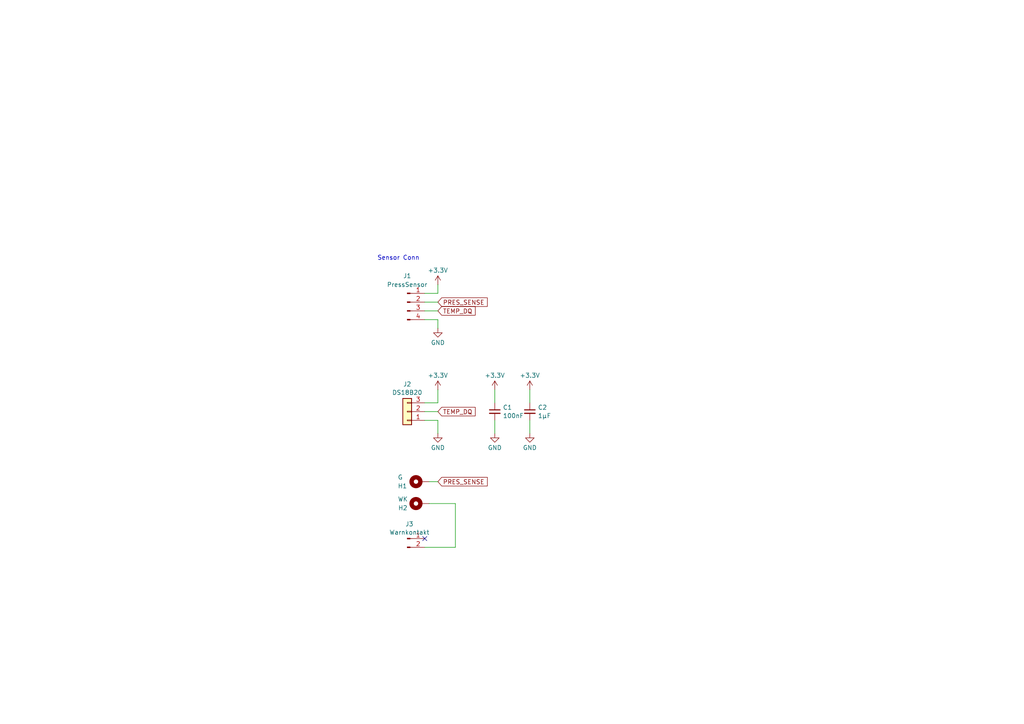
<source format=kicad_sch>
(kicad_sch (version 20250114) (generator "eeschema") (generator_version "9.0")
  (paper "A4")
  (lib_symbols
    (symbol "Connector:Conn_01x02_Pin" (pin_names (offset 1.016) (hide yes))
      (property "Reference" "J" (at 0 2.54 0))
      (property "Value" "Conn_01x02_Pin" (at 0 -5.08 0))
      (symbol "Conn_01x02_Pin_1_1"
        (rectangle (start 0.8636 0.127) (end 0 -0.127) (stroke (width 0.1524)) (fill (type outline)))
        (rectangle (start 0.8636 -2.413) (end 0 -2.667) (stroke (width 0.1524)) (fill (type outline)))
        (polyline (pts (xy 1.27 0) (xy 0.8636 0)) (stroke (width 0.1524)))
        (polyline (pts (xy 1.27 -2.54) (xy 0.8636 -2.54)) (stroke (width 0.1524)))
        (pin passive line (at 5.08 0 180) (length 3.81) (name "Pin_1") (number "1"))
        (pin passive line (at 5.08 -2.54 180) (length 3.81) (name "Pin_2") (number "2"))
      )
    )
    (symbol "Connector:Conn_01x04_Pin" (pin_names (offset 1.016) (hide yes))
      (property "Reference" "J" (at 0 5.08 0))
      (property "Value" "Conn_01x04_Pin" (at 0 -7.62 0))
      (symbol "Conn_01x04_Pin_1_1"
        (rectangle (start 0.8636 2.667) (end 0 2.413) (stroke (width 0.1524)) (fill (type outline)))
        (rectangle (start 0.8636 0.127) (end 0 -0.127) (stroke (width 0.1524)) (fill (type outline)))
        (rectangle (start 0.8636 -2.413) (end 0 -2.667) (stroke (width 0.1524)) (fill (type outline)))
        (rectangle (start 0.8636 -4.953) (end 0 -5.207) (stroke (width 0.1524)) (fill (type outline)))
        (polyline (pts (xy 1.27 2.54) (xy 0.8636 2.54)) (stroke (width 0.1524)))
        (polyline (pts (xy 1.27 0) (xy 0.8636 0)) (stroke (width 0.1524)))
        (polyline (pts (xy 1.27 -2.54) (xy 0.8636 -2.54)) (stroke (width 0.1524)))
        (polyline (pts (xy 1.27 -5.08) (xy 0.8636 -5.08)) (stroke (width 0.1524)))
        (pin passive line (at 5.08 2.54 180) (length 3.81) (name "Pin_1") (number "1"))
        (pin passive line (at 5.08 0 180) (length 3.81) (name "Pin_2") (number "2"))
        (pin passive line (at 5.08 -2.54 180) (length 3.81) (name "Pin_3") (number "3"))
        (pin passive line (at 5.08 -5.08 180) (length 3.81) (name "Pin_4") (number "4"))
      )
    )
    (symbol "Connector_Generic:Conn_01x03" (pin_names (offset 1.016) (hide yes))
      (property "Reference" "J" (at 0 5.08 0))
      (property "Value" "Conn_01x03" (at 0 -5.08 0))
      (symbol "Conn_01x03_1_1"
        (rectangle (start -1.27 3.81) (end 1.27 -3.81) (stroke (width 0.254)) (fill (type background)))
        (rectangle (start -1.27 2.667) (end 0 2.413) (stroke (width 0.1524)))
        (rectangle (start -1.27 0.127) (end 0 -0.127) (stroke (width 0.1524)))
        (rectangle (start -1.27 -2.413) (end 0 -2.667) (stroke (width 0.1524)))
        (pin passive line (at -5.08 2.54 0) (length 3.81) (name "Pin_1") (number "1"))
        (pin passive line (at -5.08 0 0) (length 3.81) (name "Pin_2") (number "2"))
        (pin passive line (at -5.08 -2.54 0) (length 3.81) (name "Pin_3") (number "3"))
      )
    )
    (symbol "Device:C_Small" (pin_numbers (hide yes)) (pin_names (offset 0.254) (hide yes))
      (property "Reference" "C" (at 0.254 1.778 0))
      (property "Value" "C_Small" (at 0.254 -2.032 0))
      (symbol "C_Small_0_1"
        (polyline (pts (xy -1.524 0.508) (xy 1.524 0.508)) (stroke (width 0.3048)))
        (polyline (pts (xy -1.524 -0.508) (xy 1.524 -0.508)) (stroke (width 0.3302)))
      )
      (symbol "C_Small_1_1"
        (pin passive line (at 0 2.54 270) (length 2.032) (name "~") (number "1"))
        (pin passive line (at 0 -2.54 90) (length 2.032) (name "~") (number "2"))
      )
    )
    (symbol "Mechanical:MountingHole_Pad" (pin_numbers (hide yes)) (pin_names (offset 1.016) (hide yes)) (in_bom no)
      (property "Reference" "H" (at 0 6.35 0))
      (property "Value" "MountingHole_Pad" (at 0 4.445 0))
      (symbol "MountingHole_Pad_0_1"
        (circle (center 0 1.27) (radius 1.27) (stroke (width 1.27)))
      )
      (symbol "MountingHole_Pad_1_1"
        (pin input line (at 0 -2.54 90) (length 2.54) (name "1") (number "1"))
      )
    )
    (symbol "power:+3.3V" (power) (pin_numbers (hide yes)) (pin_names (offset 0) (hide yes))
      (property "Value" "+3.3V" (at 0 3.556 0))
      (symbol "+3.3V_0_1"
        (polyline (pts (xy -0.762 1.27) (xy 0 2.54)))
        (polyline (pts (xy 0 2.54) (xy 0.762 1.27)))
        (polyline (pts (xy 0 0) (xy 0 2.54)))
      )
      (symbol "+3.3V_1_1"
        (pin power_in line (at 0 0 90) (length 0) (name "~") (number "1"))
      )
    )
    (symbol "power:GND" (power) (pin_numbers (hide yes)) (pin_names (offset 0) (hide yes))
      (property "Value" "GND" (at 0 -3.81 0))
      (symbol "GND_0_1"
        (polyline (pts (xy 0 0) (xy 0 -1.27) (xy 1.27 -1.27) (xy 0 -2.54) (xy -1.27 -1.27) (xy 0 -1.27)))
      )
      (symbol "GND_1_1"
        (pin power_in line (at 0 0 270) (length 0) (name "~") (number "1"))
      )
    )
  )
  (text "Sensor Conn" (at 115.57 74.93 0) (effects (font (size 1.27 1.27))))
  (no_connect (at 123.19 156.21))
  (wire (pts (xy 123.19 116.84) (xy 127 116.84)))
  (wire (pts (xy 123.19 119.38) (xy 127 119.38)))
  (wire (pts (xy 124.46 139.7) (xy 127 139.7)))
  (wire (pts (xy 127 82.55) (xy 127 85.09)))
  (wire (pts (xy 143.51 113.03) (xy 143.51 116.84)))
  (wire (pts (xy 153.67 121.92) (xy 153.67 125.73)))
  (wire (pts (xy 143.51 121.92) (xy 143.51 125.73)))
  (wire (pts (xy 127 121.92) (xy 127 125.73)))
  (wire (pts (xy 127 113.03) (xy 127 116.84)))
  (wire (pts (xy 127 85.09) (xy 123.19 85.09)))
  (wire (pts (xy 123.19 92.71) (xy 127 92.71)))
  (wire (pts (xy 132.08 146.05) (xy 132.08 158.75)))
  (wire (pts (xy 127 92.71) (xy 127 95.25)))
  (wire (pts (xy 124.46 146.05) (xy 132.08 146.05)))
  (wire (pts (xy 153.67 113.03) (xy 153.67 116.84)))
  (wire (pts (xy 123.19 90.17) (xy 127 90.17)))
  (wire (pts (xy 123.19 87.63) (xy 127 87.63)))
  (wire (pts (xy 123.19 121.92) (xy 127 121.92)))
  (wire (pts (xy 132.08 158.75) (xy 123.19 158.75)))
  (global_label "TEMP_DQ" (shape input) (at 127 90.17 0) (property "Intersheetrefs" "${INTERSHEET_REFS}" (effects (hide yes))))
  (global_label "TEMP_DQ" (shape input) (at 127 119.38 0) (property "Intersheetrefs" "${INTERSHEET_REFS}" (effects (hide yes))))
  (global_label "PRES_SENSE" (shape input) (at 127 139.7 0) (property "Intersheetrefs" "${INTERSHEET_REFS}" (effects (hide yes))))
  (global_label "PRES_SENSE" (shape input) (at 127 87.63 0) (property "Intersheetrefs" "${INTERSHEET_REFS}" (effects (hide yes))))
  (symbol (lib_id "Device:C_Small") (at 143.51 119.38 0) (unit 1)
    (property "Reference" "C1" (at 145.8341 118.1741 0) (effects (justify left)))
    (property "Value" "100nF" (at 145.8341 120.5984 0) (effects (justify left)))
    (property "Footprint" "Capacitor_SMD:C_0603_1608Metric_Pad1.08x0.95mm_HandSolder" (effects (hide yes)))
    (property "Typ" "CL21C820JB61PNC" (effects (hide yes)))
  )
  (symbol (lib_id "Connector:Conn_01x04_Pin") (at 118.11 87.63 0) (unit 1)
    (property "Reference" "J1" (at 118.11 80.01 0))
    (property "Value" "PressSensor" (at 118.11 82.55 0))
    (property "Footprint" "Connector_JST:JST_PH_S4B-PH-K_1x04_P2.00mm_Horizontal" (effects (hide yes)))
    (property "Description" "Generic connector, single row, 01x04, script generated" (effects (hide yes)))
  )
  (symbol (lib_id "power:+3.3V") (at 153.67 113.03 0) (unit 1)
    (property "Reference" "#PWR07" (effects (hide yes)))
    (property "Value" "+3.3V" (at 153.67 108.8969 0))
  )
  (symbol (lib_id "Device:C_Small") (at 153.67 119.38 0) (unit 1)
    (property "Reference" "C2" (at 155.9941 118.1741 0) (effects (justify left)))
    (property "Value" "1μF" (at 155.9941 120.5984 0) (effects (justify left)))
    (property "Footprint" "Capacitor_SMD:C_0603_1608Metric_Pad1.08x0.95mm_HandSolder" (effects (hide yes)))
    (property "Typ" "CL21C820JB61PNC" (effects (hide yes)))
  )
  (symbol (lib_id "power:+3.3V") (at 127 113.03 0) (unit 1)
    (property "Reference" "#PWR03" (effects (hide yes)))
    (property "Value" "+3.3V" (at 127 108.8969 0))
  )
  (symbol (lib_id "Mechanical:MountingHole_Pad") (at 121.92 139.7 90) (unit 1) (in_bom no)
    (property "Reference" "H1" (at 118.11 140.97 90) (effects (justify left)))
    (property "Value" "G" (at 116.84 138.43 90) (effects (justify left)))
    (property "Footprint" "MountingHole:MountingHole_4.3x6.2mm_M4_Pad" (effects (hide yes)))
    (property "Description" "Mounting Hole with connection" (effects (hide yes)))
  )
  (symbol (lib_id "power:GND") (at 153.67 125.73 0) (unit 1)
    (property "Reference" "#PWR08" (effects (hide yes)))
    (property "Value" "GND" (at 153.67 129.8631 0))
  )
  (symbol (lib_id "Connector_Generic:Conn_01x03") (at 118.11 119.38 180) (unit 1)
    (property "Reference" "J2" (at 118.11 111.4255 0))
    (property "Value" "DS18B20" (at 118.11 113.8498 0))
    (property "Footprint" "Connector_PinHeader_2.00mm:PinHeader_1x03_P2.00mm_Vertical" (effects (hide yes)))
    (property "Description" "Generic connector, single row, 01x03, script generated (kicad-library-utils/schlib/autogen/connector/)" (effects (hide yes)))
  )
  (symbol (lib_id "power:GND") (at 127 95.25 0) (unit 1)
    (property "Reference" "#PWR02" (effects (hide yes)))
    (property "Value" "GND" (at 127 99.3831 0))
  )
  (symbol (lib_id "Mechanical:MountingHole_Pad") (at 121.92 146.05 90) (unit 1) (in_bom no)
    (property "Reference" "H2" (at 116.84 147.32 90))
    (property "Value" "WK" (at 116.84 144.78 90))
    (property "Footprint" "MountingHole:MountingHole_4.3x6.2mm_M4_Pad" (effects (hide yes)))
    (property "Description" "Mounting Hole with connection" (effects (hide yes)))
  )
  (symbol (lib_id "power:+3.3V") (at 127 82.55 0) (unit 1)
    (property "Reference" "#PWR01" (effects (hide yes)))
    (property "Value" "+3.3V" (at 127 78.4169 0))
  )
  (symbol (lib_id "Connector:Conn_01x02_Pin") (at 118.11 156.21 0) (unit 1)
    (property "Reference" "J3" (at 118.745 151.9893 0))
    (property "Value" "Warnkontakt" (at 118.745 154.4136 0))
    (property "Footprint" "myFoodprints:KFZ-2-POL-P5_DJ7021B-3.5-1121" (effects (hide yes)))
    (property "Description" "Generic connector, single row, 01x02, script generated" (effects (hide yes)))
  )
  (symbol (lib_id "power:GND") (at 127 125.73 0) (unit 1)
    (property "Reference" "#PWR04" (effects (hide yes)))
    (property "Value" "GND" (at 127 129.8631 0))
  )
  (symbol (lib_id "power:GND") (at 143.51 125.73 0) (unit 1)
    (property "Reference" "#PWR06" (effects (hide yes)))
    (property "Value" "GND" (at 143.51 129.8631 0))
  )
  (symbol (lib_id "power:+3.3V") (at 143.51 113.03 0) (unit 1)
    (property "Reference" "#PWR05" (effects (hide yes)))
    (property "Value" "+3.3V" (at 143.51 108.8969 0))
  )
)
</source>
